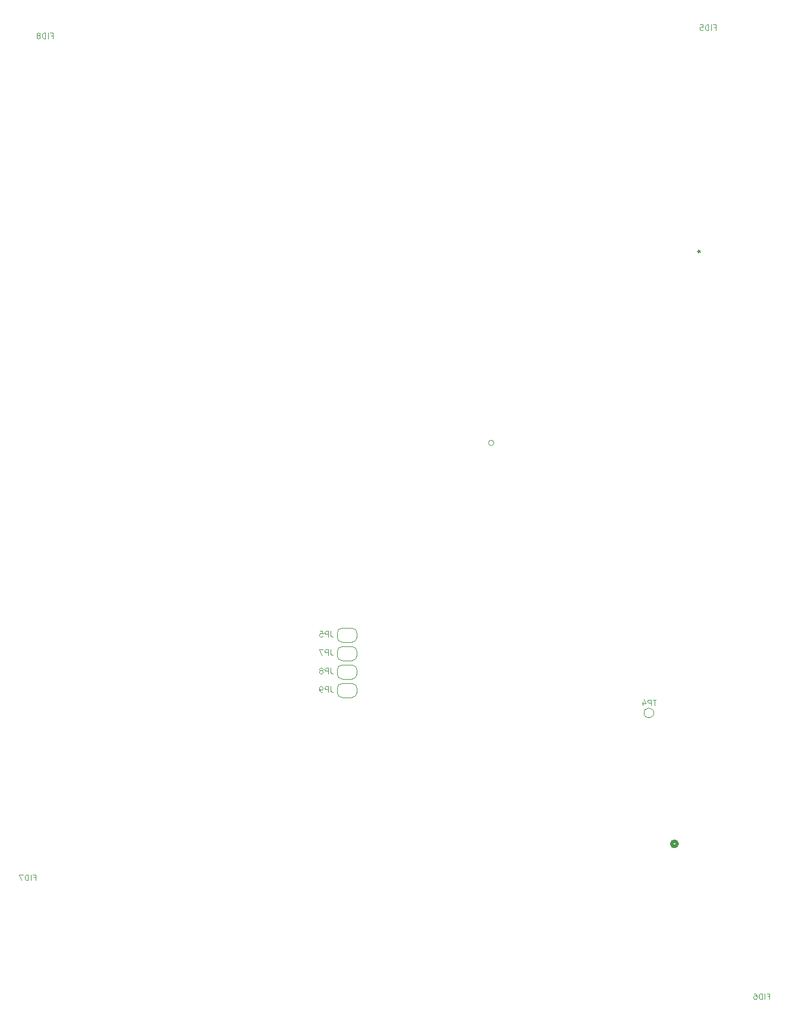
<source format=gbo>
G04 #@! TF.GenerationSoftware,KiCad,Pcbnew,7.0.6-0*
G04 #@! TF.CreationDate,2023-08-16T18:08:33-03:00*
G04 #@! TF.ProjectId,macunaima_rev2.2,6d616375-6e61-4696-9d61-5f726576322e,rev?*
G04 #@! TF.SameCoordinates,Original*
G04 #@! TF.FileFunction,Legend,Bot*
G04 #@! TF.FilePolarity,Positive*
%FSLAX46Y46*%
G04 Gerber Fmt 4.6, Leading zero omitted, Abs format (unit mm)*
G04 Created by KiCad (PCBNEW 7.0.6-0) date 2023-08-16 18:08:33*
%MOMM*%
%LPD*%
G01*
G04 APERTURE LIST*
G04 Aperture macros list*
%AMFreePoly0*
4,1,19,0.500000,-0.750000,0.000000,-0.750000,0.000000,-0.744911,-0.071157,-0.744911,-0.207708,-0.704816,-0.327430,-0.627875,-0.420627,-0.520320,-0.479746,-0.390866,-0.500000,-0.250000,-0.500000,0.250000,-0.479746,0.390866,-0.420627,0.520320,-0.327430,0.627875,-0.207708,0.704816,-0.071157,0.744911,0.000000,0.744911,0.000000,0.750000,0.500000,0.750000,0.500000,-0.750000,0.500000,-0.750000,
$1*%
%AMFreePoly1*
4,1,19,0.000000,0.744911,0.071157,0.744911,0.207708,0.704816,0.327430,0.627875,0.420627,0.520320,0.479746,0.390866,0.500000,0.250000,0.500000,-0.250000,0.479746,-0.390866,0.420627,-0.520320,0.327430,-0.627875,0.207708,-0.704816,0.071157,-0.744911,0.000000,-0.744911,0.000000,-0.750000,-0.500000,-0.750000,-0.500000,0.750000,0.000000,0.750000,0.000000,0.744911,0.000000,0.744911,
$1*%
G04 Aperture macros list end*
%ADD10C,0.150000*%
%ADD11C,0.120000*%
%ADD12C,0.508000*%
%ADD13R,1.700000X1.700000*%
%ADD14O,1.700000X1.700000*%
%ADD15C,2.000000*%
%ADD16C,2.500000*%
%ADD17C,4.000000*%
%ADD18C,4.300000*%
%ADD19C,3.200000*%
%ADD20C,1.200000*%
%ADD21C,1.651000*%
%ADD22C,1.143000*%
%ADD23C,1.498600*%
%ADD24C,1.524000*%
%ADD25R,2.000000X2.000000*%
%ADD26C,3.000000*%
%ADD27C,3.250000*%
%ADD28R,1.520000X1.520000*%
%ADD29C,1.520000*%
%ADD30C,1.800000*%
%ADD31FreePoly0,180.000000*%
%ADD32FreePoly1,180.000000*%
%ADD33C,1.000000*%
G04 APERTURE END LIST*
D10*
X113938098Y-32933592D02*
X114176193Y-32933592D01*
X114080955Y-33171687D02*
X114176193Y-32933592D01*
X114176193Y-32933592D02*
X114080955Y-32695497D01*
X114366669Y-33076449D02*
X114176193Y-32933592D01*
X114176193Y-32933592D02*
X114366669Y-32790735D01*
D11*
X61713239Y-87022628D02*
X61713239Y-87594056D01*
X61713239Y-87594056D02*
X61751334Y-87708342D01*
X61751334Y-87708342D02*
X61827525Y-87784533D01*
X61827525Y-87784533D02*
X61941810Y-87822628D01*
X61941810Y-87822628D02*
X62018001Y-87822628D01*
X61332286Y-87822628D02*
X61332286Y-87022628D01*
X61332286Y-87022628D02*
X61027524Y-87022628D01*
X61027524Y-87022628D02*
X60951334Y-87060723D01*
X60951334Y-87060723D02*
X60913239Y-87098818D01*
X60913239Y-87098818D02*
X60875143Y-87175009D01*
X60875143Y-87175009D02*
X60875143Y-87289294D01*
X60875143Y-87289294D02*
X60913239Y-87365485D01*
X60913239Y-87365485D02*
X60951334Y-87403580D01*
X60951334Y-87403580D02*
X61027524Y-87441675D01*
X61027524Y-87441675D02*
X61332286Y-87441675D01*
X60151334Y-87022628D02*
X60532286Y-87022628D01*
X60532286Y-87022628D02*
X60570382Y-87403580D01*
X60570382Y-87403580D02*
X60532286Y-87365485D01*
X60532286Y-87365485D02*
X60456096Y-87327390D01*
X60456096Y-87327390D02*
X60265620Y-87327390D01*
X60265620Y-87327390D02*
X60189429Y-87365485D01*
X60189429Y-87365485D02*
X60151334Y-87403580D01*
X60151334Y-87403580D02*
X60113239Y-87479771D01*
X60113239Y-87479771D02*
X60113239Y-87670247D01*
X60113239Y-87670247D02*
X60151334Y-87746437D01*
X60151334Y-87746437D02*
X60189429Y-87784533D01*
X60189429Y-87784533D02*
X60265620Y-87822628D01*
X60265620Y-87822628D02*
X60456096Y-87822628D01*
X60456096Y-87822628D02*
X60532286Y-87784533D01*
X60532286Y-87784533D02*
X60570382Y-87746437D01*
X123945715Y-139001580D02*
X124212381Y-139001580D01*
X124212381Y-139420628D02*
X124212381Y-138620628D01*
X124212381Y-138620628D02*
X123831429Y-138620628D01*
X123526667Y-139420628D02*
X123526667Y-138620628D01*
X123145715Y-139420628D02*
X123145715Y-138620628D01*
X123145715Y-138620628D02*
X122955239Y-138620628D01*
X122955239Y-138620628D02*
X122840953Y-138658723D01*
X122840953Y-138658723D02*
X122764763Y-138734913D01*
X122764763Y-138734913D02*
X122726668Y-138811104D01*
X122726668Y-138811104D02*
X122688572Y-138963485D01*
X122688572Y-138963485D02*
X122688572Y-139077771D01*
X122688572Y-139077771D02*
X122726668Y-139230152D01*
X122726668Y-139230152D02*
X122764763Y-139306342D01*
X122764763Y-139306342D02*
X122840953Y-139382533D01*
X122840953Y-139382533D02*
X122955239Y-139420628D01*
X122955239Y-139420628D02*
X123145715Y-139420628D01*
X122002858Y-138620628D02*
X122155239Y-138620628D01*
X122155239Y-138620628D02*
X122231430Y-138658723D01*
X122231430Y-138658723D02*
X122269525Y-138696818D01*
X122269525Y-138696818D02*
X122345715Y-138811104D01*
X122345715Y-138811104D02*
X122383811Y-138963485D01*
X122383811Y-138963485D02*
X122383811Y-139268247D01*
X122383811Y-139268247D02*
X122345715Y-139344437D01*
X122345715Y-139344437D02*
X122307620Y-139382533D01*
X122307620Y-139382533D02*
X122231430Y-139420628D01*
X122231430Y-139420628D02*
X122079049Y-139420628D01*
X122079049Y-139420628D02*
X122002858Y-139382533D01*
X122002858Y-139382533D02*
X121964763Y-139344437D01*
X121964763Y-139344437D02*
X121926668Y-139268247D01*
X121926668Y-139268247D02*
X121926668Y-139077771D01*
X121926668Y-139077771D02*
X121964763Y-139001580D01*
X121964763Y-139001580D02*
X122002858Y-138963485D01*
X122002858Y-138963485D02*
X122079049Y-138925390D01*
X122079049Y-138925390D02*
X122231430Y-138925390D01*
X122231430Y-138925390D02*
X122307620Y-138963485D01*
X122307620Y-138963485D02*
X122345715Y-139001580D01*
X122345715Y-139001580D02*
X122383811Y-139077771D01*
X61713239Y-92271960D02*
X61713239Y-92843388D01*
X61713239Y-92843388D02*
X61751334Y-92957674D01*
X61751334Y-92957674D02*
X61827525Y-93033865D01*
X61827525Y-93033865D02*
X61941810Y-93071960D01*
X61941810Y-93071960D02*
X62018001Y-93071960D01*
X61332286Y-93071960D02*
X61332286Y-92271960D01*
X61332286Y-92271960D02*
X61027524Y-92271960D01*
X61027524Y-92271960D02*
X60951334Y-92310055D01*
X60951334Y-92310055D02*
X60913239Y-92348150D01*
X60913239Y-92348150D02*
X60875143Y-92424341D01*
X60875143Y-92424341D02*
X60875143Y-92538626D01*
X60875143Y-92538626D02*
X60913239Y-92614817D01*
X60913239Y-92614817D02*
X60951334Y-92652912D01*
X60951334Y-92652912D02*
X61027524Y-92691007D01*
X61027524Y-92691007D02*
X61332286Y-92691007D01*
X60418001Y-92614817D02*
X60494191Y-92576722D01*
X60494191Y-92576722D02*
X60532286Y-92538626D01*
X60532286Y-92538626D02*
X60570382Y-92462436D01*
X60570382Y-92462436D02*
X60570382Y-92424341D01*
X60570382Y-92424341D02*
X60532286Y-92348150D01*
X60532286Y-92348150D02*
X60494191Y-92310055D01*
X60494191Y-92310055D02*
X60418001Y-92271960D01*
X60418001Y-92271960D02*
X60265620Y-92271960D01*
X60265620Y-92271960D02*
X60189429Y-92310055D01*
X60189429Y-92310055D02*
X60151334Y-92348150D01*
X60151334Y-92348150D02*
X60113239Y-92424341D01*
X60113239Y-92424341D02*
X60113239Y-92462436D01*
X60113239Y-92462436D02*
X60151334Y-92538626D01*
X60151334Y-92538626D02*
X60189429Y-92576722D01*
X60189429Y-92576722D02*
X60265620Y-92614817D01*
X60265620Y-92614817D02*
X60418001Y-92614817D01*
X60418001Y-92614817D02*
X60494191Y-92652912D01*
X60494191Y-92652912D02*
X60532286Y-92691007D01*
X60532286Y-92691007D02*
X60570382Y-92767198D01*
X60570382Y-92767198D02*
X60570382Y-92919579D01*
X60570382Y-92919579D02*
X60532286Y-92995769D01*
X60532286Y-92995769D02*
X60494191Y-93033865D01*
X60494191Y-93033865D02*
X60418001Y-93071960D01*
X60418001Y-93071960D02*
X60265620Y-93071960D01*
X60265620Y-93071960D02*
X60189429Y-93033865D01*
X60189429Y-93033865D02*
X60151334Y-92995769D01*
X60151334Y-92995769D02*
X60113239Y-92919579D01*
X60113239Y-92919579D02*
X60113239Y-92767198D01*
X60113239Y-92767198D02*
X60151334Y-92691007D01*
X60151334Y-92691007D02*
X60189429Y-92652912D01*
X60189429Y-92652912D02*
X60265620Y-92614817D01*
X21865715Y-2201580D02*
X22132381Y-2201580D01*
X22132381Y-2620628D02*
X22132381Y-1820628D01*
X22132381Y-1820628D02*
X21751429Y-1820628D01*
X21446667Y-2620628D02*
X21446667Y-1820628D01*
X21065715Y-2620628D02*
X21065715Y-1820628D01*
X21065715Y-1820628D02*
X20875239Y-1820628D01*
X20875239Y-1820628D02*
X20760953Y-1858723D01*
X20760953Y-1858723D02*
X20684763Y-1934913D01*
X20684763Y-1934913D02*
X20646668Y-2011104D01*
X20646668Y-2011104D02*
X20608572Y-2163485D01*
X20608572Y-2163485D02*
X20608572Y-2277771D01*
X20608572Y-2277771D02*
X20646668Y-2430152D01*
X20646668Y-2430152D02*
X20684763Y-2506342D01*
X20684763Y-2506342D02*
X20760953Y-2582533D01*
X20760953Y-2582533D02*
X20875239Y-2620628D01*
X20875239Y-2620628D02*
X21065715Y-2620628D01*
X20151430Y-2163485D02*
X20227620Y-2125390D01*
X20227620Y-2125390D02*
X20265715Y-2087294D01*
X20265715Y-2087294D02*
X20303811Y-2011104D01*
X20303811Y-2011104D02*
X20303811Y-1973009D01*
X20303811Y-1973009D02*
X20265715Y-1896818D01*
X20265715Y-1896818D02*
X20227620Y-1858723D01*
X20227620Y-1858723D02*
X20151430Y-1820628D01*
X20151430Y-1820628D02*
X19999049Y-1820628D01*
X19999049Y-1820628D02*
X19922858Y-1858723D01*
X19922858Y-1858723D02*
X19884763Y-1896818D01*
X19884763Y-1896818D02*
X19846668Y-1973009D01*
X19846668Y-1973009D02*
X19846668Y-2011104D01*
X19846668Y-2011104D02*
X19884763Y-2087294D01*
X19884763Y-2087294D02*
X19922858Y-2125390D01*
X19922858Y-2125390D02*
X19999049Y-2163485D01*
X19999049Y-2163485D02*
X20151430Y-2163485D01*
X20151430Y-2163485D02*
X20227620Y-2201580D01*
X20227620Y-2201580D02*
X20265715Y-2239675D01*
X20265715Y-2239675D02*
X20303811Y-2315866D01*
X20303811Y-2315866D02*
X20303811Y-2468247D01*
X20303811Y-2468247D02*
X20265715Y-2544437D01*
X20265715Y-2544437D02*
X20227620Y-2582533D01*
X20227620Y-2582533D02*
X20151430Y-2620628D01*
X20151430Y-2620628D02*
X19999049Y-2620628D01*
X19999049Y-2620628D02*
X19922858Y-2582533D01*
X19922858Y-2582533D02*
X19884763Y-2544437D01*
X19884763Y-2544437D02*
X19846668Y-2468247D01*
X19846668Y-2468247D02*
X19846668Y-2315866D01*
X19846668Y-2315866D02*
X19884763Y-2239675D01*
X19884763Y-2239675D02*
X19922858Y-2201580D01*
X19922858Y-2201580D02*
X19999049Y-2163485D01*
X108023096Y-96782628D02*
X107565953Y-96782628D01*
X107794525Y-97582628D02*
X107794525Y-96782628D01*
X107299286Y-97582628D02*
X107299286Y-96782628D01*
X107299286Y-96782628D02*
X106994524Y-96782628D01*
X106994524Y-96782628D02*
X106918334Y-96820723D01*
X106918334Y-96820723D02*
X106880239Y-96858818D01*
X106880239Y-96858818D02*
X106842143Y-96935009D01*
X106842143Y-96935009D02*
X106842143Y-97049294D01*
X106842143Y-97049294D02*
X106880239Y-97125485D01*
X106880239Y-97125485D02*
X106918334Y-97163580D01*
X106918334Y-97163580D02*
X106994524Y-97201675D01*
X106994524Y-97201675D02*
X107299286Y-97201675D01*
X106156429Y-97049294D02*
X106156429Y-97582628D01*
X106346905Y-96744533D02*
X106537382Y-97315961D01*
X106537382Y-97315961D02*
X106042143Y-97315961D01*
X19405715Y-122081580D02*
X19672381Y-122081580D01*
X19672381Y-122500628D02*
X19672381Y-121700628D01*
X19672381Y-121700628D02*
X19291429Y-121700628D01*
X18986667Y-122500628D02*
X18986667Y-121700628D01*
X18605715Y-122500628D02*
X18605715Y-121700628D01*
X18605715Y-121700628D02*
X18415239Y-121700628D01*
X18415239Y-121700628D02*
X18300953Y-121738723D01*
X18300953Y-121738723D02*
X18224763Y-121814913D01*
X18224763Y-121814913D02*
X18186668Y-121891104D01*
X18186668Y-121891104D02*
X18148572Y-122043485D01*
X18148572Y-122043485D02*
X18148572Y-122157771D01*
X18148572Y-122157771D02*
X18186668Y-122310152D01*
X18186668Y-122310152D02*
X18224763Y-122386342D01*
X18224763Y-122386342D02*
X18300953Y-122462533D01*
X18300953Y-122462533D02*
X18415239Y-122500628D01*
X18415239Y-122500628D02*
X18605715Y-122500628D01*
X17881906Y-121700628D02*
X17348572Y-121700628D01*
X17348572Y-121700628D02*
X17691430Y-122500628D01*
X116275715Y-1051580D02*
X116542381Y-1051580D01*
X116542381Y-1470628D02*
X116542381Y-670628D01*
X116542381Y-670628D02*
X116161429Y-670628D01*
X115856667Y-1470628D02*
X115856667Y-670628D01*
X115475715Y-1470628D02*
X115475715Y-670628D01*
X115475715Y-670628D02*
X115285239Y-670628D01*
X115285239Y-670628D02*
X115170953Y-708723D01*
X115170953Y-708723D02*
X115094763Y-784913D01*
X115094763Y-784913D02*
X115056668Y-861104D01*
X115056668Y-861104D02*
X115018572Y-1013485D01*
X115018572Y-1013485D02*
X115018572Y-1127771D01*
X115018572Y-1127771D02*
X115056668Y-1280152D01*
X115056668Y-1280152D02*
X115094763Y-1356342D01*
X115094763Y-1356342D02*
X115170953Y-1432533D01*
X115170953Y-1432533D02*
X115285239Y-1470628D01*
X115285239Y-1470628D02*
X115475715Y-1470628D01*
X114294763Y-670628D02*
X114675715Y-670628D01*
X114675715Y-670628D02*
X114713811Y-1051580D01*
X114713811Y-1051580D02*
X114675715Y-1013485D01*
X114675715Y-1013485D02*
X114599525Y-975390D01*
X114599525Y-975390D02*
X114409049Y-975390D01*
X114409049Y-975390D02*
X114332858Y-1013485D01*
X114332858Y-1013485D02*
X114294763Y-1051580D01*
X114294763Y-1051580D02*
X114256668Y-1127771D01*
X114256668Y-1127771D02*
X114256668Y-1318247D01*
X114256668Y-1318247D02*
X114294763Y-1394437D01*
X114294763Y-1394437D02*
X114332858Y-1432533D01*
X114332858Y-1432533D02*
X114409049Y-1470628D01*
X114409049Y-1470628D02*
X114599525Y-1470628D01*
X114599525Y-1470628D02*
X114675715Y-1432533D01*
X114675715Y-1432533D02*
X114713811Y-1394437D01*
X61713239Y-94896628D02*
X61713239Y-95468056D01*
X61713239Y-95468056D02*
X61751334Y-95582342D01*
X61751334Y-95582342D02*
X61827525Y-95658533D01*
X61827525Y-95658533D02*
X61941810Y-95696628D01*
X61941810Y-95696628D02*
X62018001Y-95696628D01*
X61332286Y-95696628D02*
X61332286Y-94896628D01*
X61332286Y-94896628D02*
X61027524Y-94896628D01*
X61027524Y-94896628D02*
X60951334Y-94934723D01*
X60951334Y-94934723D02*
X60913239Y-94972818D01*
X60913239Y-94972818D02*
X60875143Y-95049009D01*
X60875143Y-95049009D02*
X60875143Y-95163294D01*
X60875143Y-95163294D02*
X60913239Y-95239485D01*
X60913239Y-95239485D02*
X60951334Y-95277580D01*
X60951334Y-95277580D02*
X61027524Y-95315675D01*
X61027524Y-95315675D02*
X61332286Y-95315675D01*
X60494191Y-95696628D02*
X60341810Y-95696628D01*
X60341810Y-95696628D02*
X60265620Y-95658533D01*
X60265620Y-95658533D02*
X60227524Y-95620437D01*
X60227524Y-95620437D02*
X60151334Y-95506152D01*
X60151334Y-95506152D02*
X60113239Y-95353771D01*
X60113239Y-95353771D02*
X60113239Y-95049009D01*
X60113239Y-95049009D02*
X60151334Y-94972818D01*
X60151334Y-94972818D02*
X60189429Y-94934723D01*
X60189429Y-94934723D02*
X60265620Y-94896628D01*
X60265620Y-94896628D02*
X60418001Y-94896628D01*
X60418001Y-94896628D02*
X60494191Y-94934723D01*
X60494191Y-94934723D02*
X60532286Y-94972818D01*
X60532286Y-94972818D02*
X60570382Y-95049009D01*
X60570382Y-95049009D02*
X60570382Y-95239485D01*
X60570382Y-95239485D02*
X60532286Y-95315675D01*
X60532286Y-95315675D02*
X60494191Y-95353771D01*
X60494191Y-95353771D02*
X60418001Y-95391866D01*
X60418001Y-95391866D02*
X60265620Y-95391866D01*
X60265620Y-95391866D02*
X60189429Y-95353771D01*
X60189429Y-95353771D02*
X60151334Y-95315675D01*
X60151334Y-95315675D02*
X60113239Y-95239485D01*
X61713239Y-89647294D02*
X61713239Y-90218722D01*
X61713239Y-90218722D02*
X61751334Y-90333008D01*
X61751334Y-90333008D02*
X61827525Y-90409199D01*
X61827525Y-90409199D02*
X61941810Y-90447294D01*
X61941810Y-90447294D02*
X62018001Y-90447294D01*
X61332286Y-90447294D02*
X61332286Y-89647294D01*
X61332286Y-89647294D02*
X61027524Y-89647294D01*
X61027524Y-89647294D02*
X60951334Y-89685389D01*
X60951334Y-89685389D02*
X60913239Y-89723484D01*
X60913239Y-89723484D02*
X60875143Y-89799675D01*
X60875143Y-89799675D02*
X60875143Y-89913960D01*
X60875143Y-89913960D02*
X60913239Y-89990151D01*
X60913239Y-89990151D02*
X60951334Y-90028246D01*
X60951334Y-90028246D02*
X61027524Y-90066341D01*
X61027524Y-90066341D02*
X61332286Y-90066341D01*
X60608477Y-89647294D02*
X60075143Y-89647294D01*
X60075143Y-89647294D02*
X60418001Y-90447294D01*
X84928121Y-60221173D02*
G75*
G03*
X84928121Y-60221173I-381000J0D01*
G01*
D12*
X111029619Y-117299296D02*
G75*
G03*
X111029619Y-117299296I-381000J0D01*
G01*
D11*
X65440573Y-87892773D02*
X65440573Y-87292773D01*
X64740573Y-86592773D02*
X63340573Y-86592773D01*
X63340573Y-88592773D02*
X64740573Y-88592773D01*
X62640573Y-87292773D02*
X62640573Y-87892773D01*
X64740573Y-88592773D02*
G75*
G03*
X65440573Y-87892773I1J699999D01*
G01*
X65440573Y-87292773D02*
G75*
G03*
X64740573Y-86592773I-699999J1D01*
G01*
X62640573Y-87892773D02*
G75*
G03*
X63340573Y-88592773I700000J0D01*
G01*
X63340573Y-86592773D02*
G75*
G03*
X62640573Y-87292773I0J-700000D01*
G01*
X65440573Y-93142105D02*
X65440573Y-92542105D01*
X64740573Y-91842105D02*
X63340573Y-91842105D01*
X63340573Y-93842105D02*
X64740573Y-93842105D01*
X62640573Y-92542105D02*
X62640573Y-93142105D01*
X64740573Y-93842105D02*
G75*
G03*
X65440573Y-93142105I1J699999D01*
G01*
X65440573Y-92542105D02*
G75*
G03*
X64740573Y-91842105I-699999J1D01*
G01*
X62640573Y-93142105D02*
G75*
G03*
X63340573Y-93842105I700000J0D01*
G01*
X63340573Y-91842105D02*
G75*
G03*
X62640573Y-92542105I0J-700000D01*
G01*
X107713573Y-98666773D02*
G75*
G03*
X107713573Y-98666773I-700000J0D01*
G01*
X65440573Y-95766773D02*
X65440573Y-95166773D01*
X64740573Y-94466773D02*
X63340573Y-94466773D01*
X63340573Y-96466773D02*
X64740573Y-96466773D01*
X62640573Y-95166773D02*
X62640573Y-95766773D01*
X64740573Y-96466773D02*
G75*
G03*
X65440573Y-95766773I1J699999D01*
G01*
X65440573Y-95166773D02*
G75*
G03*
X64740573Y-94466773I-699999J1D01*
G01*
X62640573Y-95766773D02*
G75*
G03*
X63340573Y-96466773I700000J0D01*
G01*
X63340573Y-94466773D02*
G75*
G03*
X62640573Y-95166773I0J-700000D01*
G01*
X65440573Y-90517439D02*
X65440573Y-89917439D01*
X64740573Y-89217439D02*
X63340573Y-89217439D01*
X63340573Y-91217439D02*
X64740573Y-91217439D01*
X62640573Y-89917439D02*
X62640573Y-90517439D01*
X64740573Y-91217439D02*
G75*
G03*
X65440573Y-90517439I1J699999D01*
G01*
X65440573Y-89917439D02*
G75*
G03*
X64740573Y-89217439I-699999J1D01*
G01*
X62640573Y-90517439D02*
G75*
G03*
X63340573Y-91217439I700000J0D01*
G01*
X63340573Y-89217439D02*
G75*
G03*
X62640573Y-89917439I0J-700000D01*
G01*
%LPC*%
D13*
X53118573Y-132941702D03*
D14*
X50578573Y-132941702D03*
X53118573Y-130401702D03*
X50578573Y-130401702D03*
X53118573Y-127861702D03*
X50578573Y-127861702D03*
X53118573Y-125321702D03*
X50578573Y-125321702D03*
D15*
X34078573Y-132496773D03*
X22678573Y-132496773D03*
D16*
X23495964Y-116861773D03*
X30245964Y-116861773D03*
D17*
X59245964Y-40861773D03*
X64745964Y-40861773D03*
D18*
X122093573Y-6696773D03*
X14245573Y-29542573D03*
D13*
X114370465Y-110091773D03*
D14*
X114370465Y-107551773D03*
X114370465Y-105011773D03*
X114370465Y-102471773D03*
D19*
X107318573Y-146836773D03*
X120018573Y-146836773D03*
D20*
X117238573Y-144486773D03*
X116218573Y-142706773D03*
X115198573Y-144486773D03*
X114178573Y-142706773D03*
X113158573Y-144486773D03*
X112138573Y-142706773D03*
X111118573Y-144486773D03*
X110098573Y-142706773D03*
D19*
X54818573Y-146836773D03*
X67518573Y-146836773D03*
D20*
X64738573Y-144486773D03*
X63718573Y-142706773D03*
X62698573Y-144486773D03*
X61678573Y-142706773D03*
X60658573Y-144486773D03*
X59638573Y-142706773D03*
X58618573Y-144486773D03*
X57598573Y-142706773D03*
D21*
X88900020Y-56121174D03*
D22*
X113900022Y-56121174D03*
D23*
X122672619Y-126240296D03*
X122672619Y-118240296D03*
D24*
X8088573Y-43908573D03*
X3088573Y-43908573D03*
X8088573Y-48908573D03*
X3088573Y-48908573D03*
D25*
X6490573Y-27106573D03*
X1440573Y-27106573D03*
X6490573Y-32156573D03*
X1440573Y-32156573D03*
D24*
X8624573Y-117614573D03*
X3624573Y-117614573D03*
X8624573Y-122614573D03*
X3624573Y-122614573D03*
X8570573Y-104968573D03*
X3570573Y-104968573D03*
X8570573Y-109968573D03*
X3570573Y-109968573D03*
D26*
X23968573Y-141391773D03*
X29048573Y-141391773D03*
D27*
X73193573Y-146436773D03*
X101643573Y-146436773D03*
D20*
X98868573Y-143896773D03*
X97848573Y-142116773D03*
X96828573Y-143896773D03*
X95808573Y-142116773D03*
X94788573Y-143896773D03*
X93768573Y-142116773D03*
X92748573Y-143896773D03*
X91728573Y-142116773D03*
X83108573Y-143896773D03*
X82088573Y-142116773D03*
X81068573Y-143896773D03*
X80048573Y-142116773D03*
X79028573Y-143896773D03*
X78008573Y-142116773D03*
X76988573Y-143896773D03*
X75968573Y-142116773D03*
D26*
X103418573Y-142636773D03*
X71418573Y-142636773D03*
X5771573Y-79955823D03*
X5771573Y-84635823D03*
D28*
X10091573Y-86795823D03*
D29*
X10091573Y-83795823D03*
X10091573Y-80795823D03*
X10091573Y-77795823D03*
X13091573Y-86795823D03*
X13091573Y-83795823D03*
X13091573Y-80795823D03*
X13091573Y-77795823D03*
D26*
X37943573Y-141411773D03*
X42643573Y-141411773D03*
X47343573Y-141411773D03*
D18*
X125838573Y-134166773D03*
D30*
X24858573Y-124516773D03*
X32358573Y-127416773D03*
D24*
X8143573Y-56728573D03*
X3143573Y-56728573D03*
X8143573Y-61728573D03*
X3143573Y-61728573D03*
D18*
X5739573Y-145608573D03*
D31*
X64690573Y-87592773D03*
D32*
X63390573Y-87592773D03*
D15*
X123088573Y-141056773D03*
D31*
X64690573Y-92842105D03*
D32*
X63390573Y-92842105D03*
D15*
X21008573Y-4256773D03*
D33*
X107013573Y-98666773D03*
D15*
X18548573Y-124136773D03*
X115418573Y-3106773D03*
D31*
X64690573Y-95466773D03*
D32*
X63390573Y-95466773D03*
D31*
X64690573Y-90217439D03*
D32*
X63390573Y-90217439D03*
%LPD*%
M02*

</source>
